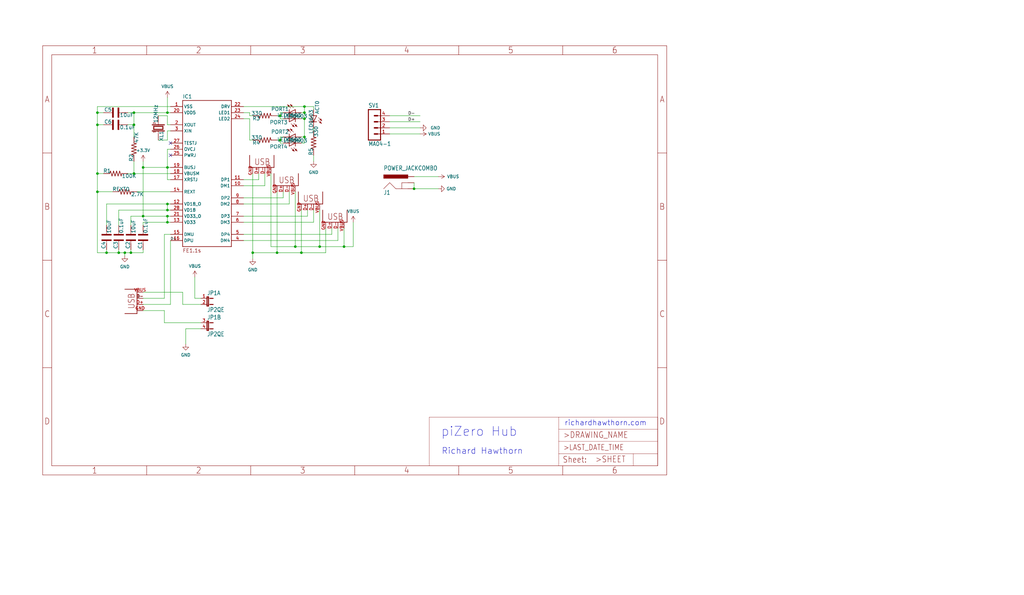
<source format=kicad_sch>
(kicad_sch (version 20211123) (generator eeschema)
  (paper "User" 427.152 248.158)
  (lib_symbols
    (symbol "RH025.1-eagle-import:A4L-LOC"
      (symbol "A4L-LOC_1_0"
        (polyline (pts (xy 0 44.7675) (xy 3.81 44.7675)))
        (polyline (pts (xy 0 89.535) (xy 3.81 89.535)))
        (polyline (pts (xy 0 134.3025) (xy 3.81 134.3025)))
        (polyline (pts (xy 3.81 3.81) (xy 3.81 175.26)))
        (polyline (pts (xy 43.3917 0) (xy 43.3917 3.81)))
        (polyline (pts (xy 43.3917 175.26) (xy 43.3917 179.07)))
        (polyline (pts (xy 86.7833 0) (xy 86.7833 3.81)))
        (polyline (pts (xy 86.7833 175.26) (xy 86.7833 179.07)))
        (polyline (pts (xy 130.175 0) (xy 130.175 3.81)))
        (polyline (pts (xy 130.175 175.26) (xy 130.175 179.07)))
        (polyline (pts (xy 161.29 3.81) (xy 161.29 24.13)) (stroke (width 0.1016)))
        (polyline (pts (xy 161.29 24.13) (xy 215.265 24.13)) (stroke (width 0.1016)))
        (polyline (pts (xy 173.5667 0) (xy 173.5667 3.81)))
        (polyline (pts (xy 173.5667 175.26) (xy 173.5667 179.07)))
        (polyline (pts (xy 215.265 8.89) (xy 215.265 3.81)) (stroke (width 0.1016)))
        (polyline (pts (xy 215.265 8.89) (xy 215.265 13.97)) (stroke (width 0.1016)))
        (polyline (pts (xy 215.265 13.97) (xy 215.265 19.05)) (stroke (width 0.1016)))
        (polyline (pts (xy 215.265 13.97) (xy 256.54 13.97)) (stroke (width 0.1016)))
        (polyline (pts (xy 215.265 19.05) (xy 215.265 24.13)) (stroke (width 0.1016)))
        (polyline (pts (xy 215.265 19.05) (xy 256.54 19.05)) (stroke (width 0.1016)))
        (polyline (pts (xy 215.265 24.13) (xy 256.54 24.13)) (stroke (width 0.1016)))
        (polyline (pts (xy 216.9583 0) (xy 216.9583 3.81)))
        (polyline (pts (xy 216.9583 175.26) (xy 216.9583 179.07)))
        (polyline (pts (xy 246.38 3.81) (xy 246.38 8.89)) (stroke (width 0.1016)))
        (polyline (pts (xy 246.38 8.89) (xy 215.265 8.89)) (stroke (width 0.1016)))
        (polyline (pts (xy 246.38 8.89) (xy 256.54 8.89)) (stroke (width 0.1016)))
        (polyline (pts (xy 256.54 3.81) (xy 3.81 3.81)))
        (polyline (pts (xy 256.54 3.81) (xy 256.54 8.89)) (stroke (width 0.1016)))
        (polyline (pts (xy 256.54 3.81) (xy 256.54 175.26)))
        (polyline (pts (xy 256.54 8.89) (xy 256.54 13.97)) (stroke (width 0.1016)))
        (polyline (pts (xy 256.54 13.97) (xy 256.54 19.05)) (stroke (width 0.1016)))
        (polyline (pts (xy 256.54 19.05) (xy 256.54 24.13)) (stroke (width 0.1016)))
        (polyline (pts (xy 256.54 44.7675) (xy 260.35 44.7675)))
        (polyline (pts (xy 256.54 89.535) (xy 260.35 89.535)))
        (polyline (pts (xy 256.54 134.3025) (xy 260.35 134.3025)))
        (polyline (pts (xy 256.54 175.26) (xy 3.81 175.26)))
        (polyline (pts (xy 0 0) (xy 260.35 0) (xy 260.35 179.07) (xy 0 179.07) (xy 0 0)))
        (text "1" (at 21.6958 1.905 0) (effects (font (size 2.54 2.286))))
        (text "1" (at 21.6958 177.165 0) (effects (font (size 2.54 2.286))))
        (text "2" (at 65.0875 1.905 0) (effects (font (size 2.54 2.286))))
        (text "2" (at 65.0875 177.165 0) (effects (font (size 2.54 2.286))))
        (text "3" (at 108.4792 1.905 0) (effects (font (size 2.54 2.286))))
        (text "3" (at 108.4792 177.165 0) (effects (font (size 2.54 2.286))))
        (text "4" (at 151.8708 1.905 0) (effects (font (size 2.54 2.286))))
        (text "4" (at 151.8708 177.165 0) (effects (font (size 2.54 2.286))))
        (text "5" (at 195.2625 1.905 0) (effects (font (size 2.54 2.286))))
        (text "5" (at 195.2625 177.165 0) (effects (font (size 2.54 2.286))))
        (text "6" (at 238.6542 1.905 0) (effects (font (size 2.54 2.286))))
        (text "6" (at 238.6542 177.165 0) (effects (font (size 2.54 2.286))))
        (text ">DRAWING_NAME" (at 217.17 15.24 0) (effects (font (size 2.54 2.159)) (justify left bottom)))
        (text ">LAST_DATE_TIME" (at 217.17 10.16 0) (effects (font (size 2.286 1.9431)) (justify left bottom)))
        (text ">SHEET" (at 230.505 5.08 0) (effects (font (size 2.54 2.159)) (justify left bottom)))
        (text "A" (at 1.905 156.6863 0) (effects (font (size 2.54 2.286))))
        (text "A" (at 258.445 156.6863 0) (effects (font (size 2.54 2.286))))
        (text "B" (at 1.905 111.9188 0) (effects (font (size 2.54 2.286))))
        (text "B" (at 258.445 111.9188 0) (effects (font (size 2.54 2.286))))
        (text "C" (at 1.905 67.1513 0) (effects (font (size 2.54 2.286))))
        (text "C" (at 258.445 67.1513 0) (effects (font (size 2.54 2.286))))
        (text "D" (at 1.905 22.3838 0) (effects (font (size 2.54 2.286))))
        (text "D" (at 258.445 22.3838 0) (effects (font (size 2.54 2.286))))
        (text "Sheet:" (at 216.916 4.953 0) (effects (font (size 2.54 2.159)) (justify left bottom)))
      )
    )
    (symbol "RH025.1-eagle-import:CAP0603"
      (property "Reference" "C" (at -0.381 -4.826 90))
      (property "Value" "CAP0603" (at 1.905 1.651 90))
      (symbol "CAP0603_1_0"
        (rectangle (start -2.032 -1.397) (end 2.032 -0.889) (fill (type outline)))
        (rectangle (start -2.032 0.889) (end 2.032 1.397) (fill (type outline)))
        (polyline (pts (xy 0 -2.54) (xy 0 -1.397)) (stroke (width 0.1524)))
        (polyline (pts (xy 0 2.54) (xy 0 1.397)) (stroke (width 0.1524)))
        (pin passive line (at 0 5.08 270) (length 2.54) (name "1") (number "1"))
        (pin passive line (at 0 -5.08 90) (length 2.54) (name "2") (number "2"))
      )
    )
    (symbol "RH025.1-eagle-import:CRYSTALHC49UP"
      (property "Reference" "XL" (at -5.588 0.381 0))
      (property "Value" "CRYSTALHC49UP" (at 2.032 -1.905 0))
      (symbol "CRYSTALHC49UP_1_0"
        (polyline (pts (xy -2.54 0) (xy -1.27 0)) (stroke (width 0.1524)))
        (polyline (pts (xy -1.27 0) (xy -1.27 -2.54)) (stroke (width 0.4064)))
        (polyline (pts (xy -1.27 2.54) (xy -1.27 0)) (stroke (width 0.4064)))
        (polyline (pts (xy -0.635 -1.905) (xy 0.635 -1.905)) (stroke (width 0.4064)))
        (polyline (pts (xy -0.635 1.905) (xy -0.635 -1.905)) (stroke (width 0.4064)))
        (polyline (pts (xy 0.635 -1.905) (xy 0.635 1.905)) (stroke (width 0.4064)))
        (polyline (pts (xy 0.635 1.905) (xy -0.635 1.905)) (stroke (width 0.4064)))
        (polyline (pts (xy 1.27 0) (xy 1.27 -2.54)) (stroke (width 0.4064)))
        (polyline (pts (xy 1.27 0) (xy 2.54 0)) (stroke (width 0.1524)))
        (polyline (pts (xy 1.27 2.54) (xy 1.27 0)) (stroke (width 0.4064)))
        (text "1" (at -2.159 -1.143 0) (effects (font (size 0.8636 0.734)) (justify left bottom)))
        (text "2" (at 1.524 -1.143 0) (effects (font (size 0.8636 0.734)) (justify left bottom)))
        (pin passive line (at -5.08 0 0) (length 2.54) (name "1") (number "1"))
        (pin passive line (at 5.08 0 180) (length 2.54) (name "2") (number "2"))
      )
    )
    (symbol "RH025.1-eagle-import:FE1.1S"
      (symbol "FE1.1S_1_0"
        (polyline (pts (xy -10.16 -30.48) (xy -10.16 30.48)) (stroke (width 0.254)))
        (polyline (pts (xy -10.16 30.48) (xy 10.16 30.48)) (stroke (width 0.254)))
        (polyline (pts (xy 10.16 -30.48) (xy -10.16 -30.48)) (stroke (width 0.254)))
        (polyline (pts (xy 10.16 30.48) (xy 10.16 -30.48)) (stroke (width 0.254)))
        (text "FE1.1s" (at -10.16 -33.02 0) (effects (font (size 1.524 1.524)) (justify left bottom)))
        (pin bidirectional line (at -15.24 27.94 0) (length 5.08) (name "VSS") (number "1"))
        (pin bidirectional line (at 15.24 -5.08 180) (length 5.08) (name "DM1") (number "10"))
        (pin bidirectional line (at 15.24 -2.54 180) (length 5.08) (name "DP1") (number "11"))
        (pin bidirectional line (at -15.24 -12.7 0) (length 5.08) (name "VD18_O") (number "12"))
        (pin bidirectional line (at -15.24 -20.32 0) (length 5.08) (name "VD33") (number "13"))
        (pin bidirectional line (at -15.24 -7.62 0) (length 5.08) (name "REXT") (number "14"))
        (pin bidirectional line (at -15.24 -25.4 0) (length 5.08) (name "DMU") (number "15"))
        (pin bidirectional line (at -15.24 -27.94 0) (length 5.08) (name "DPU") (number "16"))
        (pin bidirectional line (at -15.24 -2.54 0) (length 5.08) (name "XRSTJ") (number "17"))
        (pin bidirectional line (at -15.24 0 0) (length 5.08) (name "VBUSM") (number "18"))
        (pin bidirectional line (at -15.24 2.54 0) (length 5.08) (name "BUSJ") (number "19"))
        (pin bidirectional line (at -15.24 20.32 0) (length 5.08) (name "XOUT") (number "2"))
        (pin bidirectional line (at -15.24 25.4 0) (length 5.08) (name "VDD5") (number "20"))
        (pin bidirectional line (at -15.24 -17.78 0) (length 5.08) (name "VD33_O") (number "21"))
        (pin bidirectional line (at 15.24 27.94 180) (length 5.08) (name "DRV") (number "22"))
        (pin bidirectional line (at 15.24 25.4 180) (length 5.08) (name "LED1") (number "23"))
        (pin bidirectional line (at 15.24 22.86 180) (length 5.08) (name "LED2") (number "24"))
        (pin bidirectional line (at -15.24 7.62 0) (length 5.08) (name "PWRJ") (number "25"))
        (pin bidirectional line (at -15.24 10.16 0) (length 5.08) (name "OVCJ") (number "26"))
        (pin bidirectional line (at -15.24 12.7 0) (length 5.08) (name "TESTJ") (number "27"))
        (pin bidirectional line (at -15.24 -15.24 0) (length 5.08) (name "VD18") (number "28"))
        (pin bidirectional line (at -15.24 17.78 0) (length 5.08) (name "XIN") (number "3"))
        (pin bidirectional line (at 15.24 -27.94 180) (length 5.08) (name "DM4") (number "4"))
        (pin bidirectional line (at 15.24 -25.4 180) (length 5.08) (name "DP4") (number "5"))
        (pin bidirectional line (at 15.24 -20.32 180) (length 5.08) (name "DM3") (number "6"))
        (pin bidirectional line (at 15.24 -17.78 180) (length 5.08) (name "DP3") (number "7"))
        (pin bidirectional line (at 15.24 -12.7 180) (length 5.08) (name "DM2") (number "8"))
        (pin bidirectional line (at 15.24 -10.16 180) (length 5.08) (name "DP2") (number "9"))
      )
    )
    (symbol "RH025.1-eagle-import:JP2QE"
      (property "Reference" "JP" (at -1.27 0 90))
      (property "Value" "JP2QE" (at 5.715 0 90))
      (symbol "JP2QE_1_0"
        (polyline (pts (xy -0.635 0) (xy 3.175 0)) (stroke (width 0.4064)))
        (polyline (pts (xy -0.635 0.635) (xy -0.635 0)) (stroke (width 0.4064)))
        (polyline (pts (xy 0 0) (xy 0 1.27)) (stroke (width 0.1524)))
        (polyline (pts (xy 0 2.54) (xy 0 1.27)) (stroke (width 0.4064)))
        (polyline (pts (xy 2.54 0) (xy 2.54 1.27)) (stroke (width 0.1524)))
        (polyline (pts (xy 2.54 2.54) (xy 2.54 1.27)) (stroke (width 0.4064)))
        (polyline (pts (xy 3.175 0) (xy 3.175 0.635)) (stroke (width 0.4064)))
        (polyline (pts (xy 3.175 0.635) (xy -0.635 0.635)) (stroke (width 0.4064)))
        (pin passive line (at 0 -2.54 90) (length 2.54) (name "1") (number "1"))
        (pin passive line (at 2.54 -2.54 90) (length 2.54) (name "2") (number "2"))
      )
      (symbol "JP2QE_2_0"
        (polyline (pts (xy -0.635 0) (xy 3.175 0)) (stroke (width 0.4064)))
        (polyline (pts (xy -0.635 0.635) (xy -0.635 0)) (stroke (width 0.4064)))
        (polyline (pts (xy 0 0) (xy 0 1.27)) (stroke (width 0.1524)))
        (polyline (pts (xy 0 2.54) (xy 0 1.27)) (stroke (width 0.4064)))
        (polyline (pts (xy 2.54 0) (xy 2.54 1.27)) (stroke (width 0.1524)))
        (polyline (pts (xy 2.54 2.54) (xy 2.54 1.27)) (stroke (width 0.4064)))
        (polyline (pts (xy 3.175 0) (xy 3.175 0.635)) (stroke (width 0.4064)))
        (polyline (pts (xy 3.175 0.635) (xy -0.635 0.635)) (stroke (width 0.4064)))
        (pin passive line (at 0 -2.54 90) (length 2.54) (name "1") (number "3"))
        (pin passive line (at 2.54 -2.54 90) (length 2.54) (name "2") (number "4"))
      )
    )
    (symbol "RH025.1-eagle-import:LED0603"
      (property "Reference" "LED" (at -0.635 0.635 90))
      (property "Value" "LED0603" (at 1.905 -7.62 90))
      (symbol "LED0603_1_0"
        (polyline (pts (xy -2.032 -0.762) (xy -3.429 -2.159)) (stroke (width 0.1524)))
        (polyline (pts (xy -1.905 -1.905) (xy -3.302 -3.302)) (stroke (width 0.1524)))
        (polyline (pts (xy 0 -2.54) (xy -1.27 -2.54)) (stroke (width 0.254)))
        (polyline (pts (xy 0 -2.54) (xy -1.27 0)) (stroke (width 0.254)))
        (polyline (pts (xy 0 0) (xy -1.27 0)) (stroke (width 0.254)))
        (polyline (pts (xy 0 0) (xy 0 -2.54)) (stroke (width 0.1524)))
        (polyline (pts (xy 1.27 -2.54) (xy 0 -2.54)) (stroke (width 0.254)))
        (polyline (pts (xy 1.27 0) (xy 0 -2.54)) (stroke (width 0.254)))
        (polyline (pts (xy 1.27 0) (xy 0 0)) (stroke (width 0.254)))
        (polyline (pts (xy -3.429 -2.159) (xy -3.048 -1.27) (xy -2.54 -1.778)) (fill (type outline)))
        (polyline (pts (xy -3.302 -3.302) (xy -2.921 -2.413) (xy -2.413 -2.921)) (fill (type outline)))
        (pin passive line (at 0 2.54 270) (length 2.54) (name "A") (number "A"))
        (pin passive line (at 0 -5.08 90) (length 2.54) (name "C") (number "C"))
      )
    )
    (symbol "RH025.1-eagle-import:MA04-1"
      (property "Reference" "SV" (at -1.27 5.842 0))
      (property "Value" "MA04-1" (at -1.27 -10.16 0))
      (symbol "MA04-1_1_0"
        (polyline (pts (xy -1.27 5.08) (xy -1.27 -7.62)) (stroke (width 0.4064)))
        (polyline (pts (xy -1.27 5.08) (xy 3.81 5.08)) (stroke (width 0.4064)))
        (polyline (pts (xy 1.27 -5.08) (xy 2.54 -5.08)) (stroke (width 0.6096)))
        (polyline (pts (xy 1.27 -2.54) (xy 2.54 -2.54)) (stroke (width 0.6096)))
        (polyline (pts (xy 1.27 0) (xy 2.54 0)) (stroke (width 0.6096)))
        (polyline (pts (xy 1.27 2.54) (xy 2.54 2.54)) (stroke (width 0.6096)))
        (polyline (pts (xy 3.81 -7.62) (xy -1.27 -7.62)) (stroke (width 0.4064)))
        (polyline (pts (xy 3.81 -7.62) (xy 3.81 5.08)) (stroke (width 0.4064)))
        (pin passive line (at 7.62 -5.08 180) (length 5.08) (name "1") (number "1"))
        (pin passive line (at 7.62 -2.54 180) (length 5.08) (name "2") (number "2"))
        (pin passive line (at 7.62 0 180) (length 5.08) (name "3") (number "3"))
        (pin passive line (at 7.62 2.54 180) (length 5.08) (name "4") (number "4"))
      )
    )
    (symbol "RH025.1-eagle-import:POWER_JACKCOMBO"
      (property "Reference" "J" (at -10.16 0 0))
      (property "Value" "POWER_JACKCOMBO" (at -10.16 10.16 0))
      (symbol "POWER_JACKCOMBO_1_0"
        (rectangle (start -10.16 6.858) (end 0 8.382) (fill (type outline)))
        (polyline (pts (xy -10.16 2.54) (xy -7.62 5.08)) (stroke (width 0.1524)))
        (polyline (pts (xy -7.62 5.08) (xy -5.08 2.54)) (stroke (width 0.1524)))
        (polyline (pts (xy -5.08 2.54) (xy -2.54 2.54)) (stroke (width 0.1524)))
        (polyline (pts (xy -2.54 2.54) (xy -2.54 5.08)) (stroke (width 0.1524)))
        (polyline (pts (xy -2.54 2.54) (xy 0 2.54)) (stroke (width 0.1524)))
        (polyline (pts (xy -2.54 5.08) (xy 0 5.08)) (stroke (width 0.1524)))
        (pin bidirectional line (at 2.54 5.08 180) (length 2.54) (name "GNDBREAK") (number "GND"))
        (pin bidirectional line (at 2.54 2.54 180) (length 2.54) (name "GND") (number "GND@1"))
        (pin bidirectional line (at 2.54 7.62 180) (length 2.54) (name "PWR") (number "POWER"))
      )
    )
    (symbol "RH025.1-eagle-import:RES0603"
      (property "Reference" "R" (at -5.207 0.254 0))
      (property "Value" "RES0603" (at 2.54 -1.905 0))
      (symbol "RES0603_1_0"
        (polyline (pts (xy -2.54 0) (xy -2.159 1.016)) (stroke (width 0.254)))
        (polyline (pts (xy -2.159 1.016) (xy -1.524 -1.016)) (stroke (width 0.254)))
        (polyline (pts (xy -1.524 -1.016) (xy -0.889 1.016)) (stroke (width 0.254)))
        (polyline (pts (xy -0.889 1.016) (xy -0.254 -1.016)) (stroke (width 0.254)))
        (polyline (pts (xy -0.254 -1.016) (xy 0.381 1.016)) (stroke (width 0.254)))
        (polyline (pts (xy 0.381 1.016) (xy 1.016 -1.016)) (stroke (width 0.254)))
        (polyline (pts (xy 1.016 -1.016) (xy 1.651 1.016)) (stroke (width 0.254)))
        (polyline (pts (xy 1.651 1.016) (xy 2.286 -1.016)) (stroke (width 0.254)))
        (polyline (pts (xy 2.286 -1.016) (xy 2.54 0)) (stroke (width 0.254)))
        (pin passive line (at -5.08 0 0) (length 2.54) (name "1") (number "1"))
        (pin passive line (at 5.08 0 180) (length 2.54) (name "2") (number "2"))
      )
    )
    (symbol "RH025.1-eagle-import:USBA-PTH"
      (symbol "USBA-PTH_1_0"
        (polyline (pts (xy -3.81 -5.08) (xy 1.27 -5.08)) (stroke (width 0.254)))
        (polyline (pts (xy -3.81 5.08) (xy -3.81 -5.08)) (stroke (width 0.254)))
        (polyline (pts (xy 1.27 5.08) (xy -3.81 5.08)) (stroke (width 0.254)))
        (text "USB" (at 0 -3.175 900) (effects (font (size 2.54 2.159)) (justify left bottom)))
        (pin bidirectional line (at -6.35 -1.27 0) (length 2.54) (name "D+") (number "D+"))
        (pin bidirectional line (at -6.35 1.27 0) (length 2.54) (name "D-") (number "D-"))
        (pin bidirectional line (at -6.35 -3.81 0) (length 2.54) (name "GND") (number "GND"))
        (pin bidirectional line (at -6.35 3.81 0) (length 2.54) (name "VBUS") (number "VBUS"))
      )
    )
    (symbol "RH025.1-eagle-import:USBMICROB-PTH"
      (symbol "USBMICROB-PTH_1_0"
        (polyline (pts (xy -3.81 -5.08) (xy 1.27 -5.08)) (stroke (width 0.254)))
        (polyline (pts (xy -3.81 5.08) (xy -3.81 -5.08)) (stroke (width 0.254)))
        (polyline (pts (xy 1.27 5.08) (xy -3.81 5.08)) (stroke (width 0.254)))
        (text "USB" (at 0 -3.175 900) (effects (font (size 2.54 2.159)) (justify left bottom)))
        (pin bidirectional line (at -6.35 -1.27 0) (length 2.54) (name "D+") (number "D+"))
        (pin bidirectional line (at -6.35 1.27 0) (length 2.54) (name "D-") (number "D-"))
        (pin bidirectional line (at -6.35 -3.81 0) (length 2.54) (name "GND") (number "GND"))
        (pin bidirectional line (at -6.35 3.81 0) (length 2.54) (name "VBUS") (number "VBUS"))
      )
    )
    (symbol "power:+3.3V" (power) (pin_names (offset 0))
      (property "Value" "+3.3V" (at 0 3.556 0))
      (symbol "+3.3V_0_1"
        (polyline (pts (xy -0.762 1.27) (xy 0 2.54)))
        (polyline (pts (xy 0 0) (xy 0 2.54)))
        (polyline (pts (xy 0 2.54) (xy 0.762 1.27)))
      )
      (symbol "+3.3V_1_1"
        (pin power_in line (at 0 0 90) (length 0) hide (name "+3.3V") (number "1"))
      )
    )
    (symbol "power:GND" (power) (pin_names (offset 0))
      (property "Value" "GND" (at 0 -3.81 0))
      (symbol "GND_0_1"
        (polyline (pts (xy 0 0) (xy 0 -1.27) (xy 1.27 -1.27) (xy 0 -2.54) (xy -1.27 -1.27) (xy 0 -1.27)))
      )
      (symbol "GND_1_1"
        (pin power_in line (at 0 0 270) (length 0) hide (name "GND") (number "1"))
      )
    )
    (symbol "power:VBUS" (power) (pin_names (offset 0))
      (property "Value" "VBUS" (at 0 3.81 0))
      (symbol "VBUS_0_1"
        (polyline (pts (xy -0.762 1.27) (xy 0 2.54)))
        (polyline (pts (xy 0 0) (xy 0 2.54)))
        (polyline (pts (xy 0 2.54) (xy 0.762 1.27)))
      )
      (symbol "VBUS_1_1"
        (pin power_in line (at 0 0 90) (length 0) hide (name "VBUS") (number "1"))
      )
    )
  )
  (junction (at 69.85 85.09))
  (junction (at 69.85 46.99))
  (junction (at 69.85 90.17))
  (junction (at 59.69 90.17))
  (junction (at 115.57 105.41))
  (junction (at 52.07 105.41))
  (junction (at 105.41 105.41))
  (junction (at 123.19 102.87))
  (junction (at 40.64 80.01))
  (junction (at 69.85 87.63))
  (junction (at 59.69 69.85))
  (junction (at 116.84 48.26))
  (junction (at 69.85 92.71))
  (junction (at 55.88 52.07))
  (junction (at 143.51 102.87))
  (junction (at 49.53 105.41))
  (junction (at 127 57.15))
  (junction (at 54.61 105.41))
  (junction (at 40.64 52.07))
  (junction (at 69.85 69.85))
  (junction (at 40.64 72.39))
  (junction (at 44.45 105.41))
  (junction (at 172.72 78.74))
  (junction (at 133.35 102.87))
  (junction (at 40.64 46.99))
  (junction (at 127 44.45))
  (junction (at 116.84 58.42))
  (junction (at 127 46.99))
  (junction (at 125.73 105.41))
  (junction (at 55.88 46.99))
  (junction (at 55.88 72.39))
  (junction (at 127 49.53))
  (no_connect (at 71.12 64.77))
  (no_connect (at 71.12 59.69))
  (wire (pts (xy 44.45 105.41) (xy 49.53 105.41)))
  (wire (pts (xy 162.56 48.26) (xy 175.26 48.26)))
  (wire (pts (xy 40.64 44.45) (xy 40.64 46.99)))
  (wire (pts (xy 66.04 48.26) (xy 69.85 48.26)))
  (wire (pts (xy 55.88 72.39) (xy 55.88 67.31)))
  (wire (pts (xy 44.45 104.14) (xy 44.45 105.41)))
  (wire (pts (xy 105.41 72.39) (xy 105.41 105.41)))
  (wire (pts (xy 49.53 93.98) (xy 49.53 87.63)))
  (wire (pts (xy 69.85 54.61) (xy 69.85 58.42)))
  (wire (pts (xy 52.07 105.41) (xy 54.61 105.41)))
  (wire (pts (xy 104.14 46.99) (xy 104.14 48.26)))
  (wire (pts (xy 115.57 48.26) (xy 116.84 48.26)))
  (wire (pts (xy 115.57 58.42) (xy 116.84 58.42)))
  (wire (pts (xy 76.2 127) (xy 76.2 121.92)))
  (wire (pts (xy 120.65 85.09) (xy 120.65 80.01)))
  (wire (pts (xy 116.84 59.69) (xy 116.84 58.42)))
  (wire (pts (xy 69.85 69.85) (xy 71.12 69.85)))
  (wire (pts (xy 128.27 90.17) (xy 128.27 87.63)))
  (wire (pts (xy 162.56 55.88) (xy 175.26 55.88)))
  (wire (pts (xy 138.43 97.79) (xy 138.43 95.25)))
  (wire (pts (xy 53.34 46.99) (xy 55.88 46.99)))
  (wire (pts (xy 113.03 72.39) (xy 113.03 102.87)))
  (wire (pts (xy 59.69 90.17) (xy 54.61 90.17)))
  (wire (pts (xy 43.18 46.99) (xy 40.64 46.99)))
  (wire (pts (xy 59.69 104.14) (xy 59.69 105.41)))
  (wire (pts (xy 71.12 87.63) (xy 69.85 87.63)))
  (wire (pts (xy 125.73 105.41) (xy 135.89 105.41)))
  (wire (pts (xy 172.72 76.2) (xy 172.72 78.74)))
  (wire (pts (xy 101.6 74.93) (xy 107.95 74.93)))
  (wire (pts (xy 125.73 105.41) (xy 125.73 87.63)))
  (wire (pts (xy 116.84 46.99) (xy 118.11 46.99)))
  (wire (pts (xy 135.89 105.41) (xy 135.89 95.25)))
  (wire (pts (xy 69.85 52.07) (xy 71.12 52.07)))
  (wire (pts (xy 40.64 46.99) (xy 40.64 52.07)))
  (wire (pts (xy 162.56 53.34) (xy 175.26 53.34)))
  (wire (pts (xy 115.57 105.41) (xy 105.41 105.41)))
  (wire (pts (xy 118.11 49.53) (xy 116.84 49.53)))
  (wire (pts (xy 162.56 50.8) (xy 175.26 50.8)))
  (wire (pts (xy 49.53 105.41) (xy 52.07 105.41)))
  (wire (pts (xy 101.6 49.53) (xy 104.14 49.53)))
  (wire (pts (xy 101.6 46.99) (xy 104.14 46.99)))
  (wire (pts (xy 52.07 105.41) (xy 52.07 106.68)))
  (wire (pts (xy 123.19 80.01) (xy 123.19 102.87)))
  (wire (pts (xy 71.12 90.17) (xy 69.85 90.17)))
  (wire (pts (xy 59.69 90.17) (xy 59.69 69.85)))
  (wire (pts (xy 40.64 80.01) (xy 40.64 105.41)))
  (wire (pts (xy 125.73 59.69) (xy 127 59.69)))
  (wire (pts (xy 49.53 104.14) (xy 49.53 105.41)))
  (wire (pts (xy 76.2 121.92) (xy 59.69 121.92)))
  (wire (pts (xy 125.73 46.99) (xy 127 46.99)))
  (wire (pts (xy 105.41 105.41) (xy 105.41 107.95)))
  (wire (pts (xy 83.82 124.46) (xy 81.28 124.46)))
  (wire (pts (xy 127 46.99) (xy 127 49.53)))
  (wire (pts (xy 101.6 85.09) (xy 120.65 85.09)))
  (wire (pts (xy 71.12 54.61) (xy 69.85 54.61)))
  (wire (pts (xy 130.81 92.71) (xy 130.81 87.63)))
  (wire (pts (xy 40.64 52.07) (xy 40.64 72.39)))
  (wire (pts (xy 127 57.15) (xy 125.73 57.15)))
  (wire (pts (xy 59.69 124.46) (xy 68.58 124.46)))
  (wire (pts (xy 77.47 143.51) (xy 77.47 137.16)))
  (wire (pts (xy 71.12 44.45) (xy 40.64 44.45)))
  (wire (pts (xy 125.73 49.53) (xy 127 49.53)))
  (wire (pts (xy 118.11 59.69) (xy 116.84 59.69)))
  (wire (pts (xy 71.12 92.71) (xy 69.85 92.71)))
  (wire (pts (xy 49.53 87.63) (xy 69.85 87.63)))
  (wire (pts (xy 130.81 54.61) (xy 130.81 53.34)))
  (wire (pts (xy 77.47 137.16) (xy 83.82 137.16)))
  (wire (pts (xy 59.69 93.98) (xy 59.69 92.71)))
  (wire (pts (xy 53.34 52.07) (xy 55.88 52.07)))
  (wire (pts (xy 55.88 57.15) (xy 55.88 52.07)))
  (wire (pts (xy 69.85 62.23) (xy 69.85 69.85)))
  (wire (pts (xy 44.45 85.09) (xy 69.85 85.09)))
  (wire (pts (xy 101.6 97.79) (xy 138.43 97.79)))
  (wire (pts (xy 127 46.99) (xy 127 44.45)))
  (wire (pts (xy 69.85 74.93) (xy 71.12 74.93)))
  (wire (pts (xy 116.84 48.26) (xy 116.84 46.99)))
  (wire (pts (xy 172.72 78.74) (xy 182.88 78.74)))
  (wire (pts (xy 43.18 52.07) (xy 40.64 52.07)))
  (wire (pts (xy 143.51 95.25) (xy 143.51 102.87)))
  (wire (pts (xy 101.6 90.17) (xy 128.27 90.17)))
  (wire (pts (xy 68.58 129.54) (xy 59.69 129.54)))
  (wire (pts (xy 101.6 44.45) (xy 127 44.45)))
  (wire (pts (xy 104.14 49.53) (xy 104.14 58.42)))
  (wire (pts (xy 54.61 104.14) (xy 54.61 105.41)))
  (wire (pts (xy 71.12 72.39) (xy 55.88 72.39)))
  (wire (pts (xy 133.35 102.87) (xy 143.51 102.87)))
  (wire (pts (xy 71.12 85.09) (xy 69.85 85.09)))
  (wire (pts (xy 81.28 124.46) (xy 81.28 115.57)))
  (wire (pts (xy 71.12 100.33) (xy 71.12 127)))
  (wire (pts (xy 127 59.69) (xy 127 57.15)))
  (wire (pts (xy 147.32 102.87) (xy 147.32 92.71)))
  (wire (pts (xy 69.85 48.26) (xy 69.85 52.07)))
  (wire (pts (xy 59.69 92.71) (xy 69.85 92.71)))
  (wire (pts (xy 69.85 58.42) (xy 66.04 58.42)))
  (wire (pts (xy 59.69 69.85) (xy 69.85 69.85)))
  (wire (pts (xy 68.58 124.46) (xy 68.58 97.79)))
  (wire (pts (xy 116.84 58.42) (xy 116.84 57.15)))
  (wire (pts (xy 54.61 105.41) (xy 59.69 105.41)))
  (wire (pts (xy 140.97 100.33) (xy 140.97 95.25)))
  (wire (pts (xy 40.64 72.39) (xy 40.64 80.01)))
  (wire (pts (xy 59.69 67.31) (xy 59.69 69.85)))
  (wire (pts (xy 130.81 44.45) (xy 130.81 45.72)))
  (wire (pts (xy 69.85 46.99) (xy 69.85 40.64)))
  (wire (pts (xy 104.14 58.42) (xy 105.41 58.42)))
  (wire (pts (xy 69.85 85.09) (xy 69.85 87.63)))
  (wire (pts (xy 54.61 90.17) (xy 54.61 93.98)))
  (wire (pts (xy 118.11 82.55) (xy 118.11 80.01)))
  (wire (pts (xy 110.49 77.47) (xy 110.49 72.39)))
  (wire (pts (xy 116.84 57.15) (xy 118.11 57.15)))
  (wire (pts (xy 69.85 69.85) (xy 69.85 74.93)))
  (wire (pts (xy 127 44.45) (xy 130.81 44.45)))
  (wire (pts (xy 116.84 49.53) (xy 116.84 48.26)))
  (wire (pts (xy 40.64 105.41) (xy 44.45 105.41)))
  (wire (pts (xy 123.19 102.87) (xy 133.35 102.87)))
  (wire (pts (xy 46.99 80.01) (xy 40.64 80.01)))
  (wire (pts (xy 71.12 127) (xy 59.69 127)))
  (wire (pts (xy 113.03 102.87) (xy 123.19 102.87)))
  (wire (pts (xy 172.72 73.66) (xy 182.88 73.66)))
  (wire (pts (xy 55.88 52.07) (xy 55.88 46.99)))
  (wire (pts (xy 115.57 80.01) (xy 115.57 105.41)))
  (wire (pts (xy 69.85 90.17) (xy 59.69 90.17)))
  (wire (pts (xy 83.82 134.62) (xy 68.58 134.62)))
  (wire (pts (xy 83.82 127) (xy 76.2 127)))
  (wire (pts (xy 57.15 80.01) (xy 71.12 80.01)))
  (wire (pts (xy 104.14 48.26) (xy 105.41 48.26)))
  (wire (pts (xy 143.51 102.87) (xy 147.32 102.87)))
  (wire (pts (xy 133.35 87.63) (xy 133.35 102.87)))
  (wire (pts (xy 101.6 100.33) (xy 140.97 100.33)))
  (wire (pts (xy 107.95 74.93) (xy 107.95 72.39)))
  (wire (pts (xy 130.81 67.31) (xy 130.81 64.77)))
  (wire (pts (xy 55.88 46.99) (xy 69.85 46.99)))
  (wire (pts (xy 43.18 72.39) (xy 40.64 72.39)))
  (wire (pts (xy 71.12 62.23) (xy 69.85 62.23)))
  (wire (pts (xy 127 49.53) (xy 127 57.15)))
  (wire (pts (xy 101.6 92.71) (xy 130.81 92.71)))
  (wire (pts (xy 115.57 105.41) (xy 125.73 105.41)))
  (wire (pts (xy 68.58 134.62) (xy 68.58 129.54)))
  (wire (pts (xy 71.12 46.99) (xy 69.85 46.99)))
  (wire (pts (xy 44.45 85.09) (xy 44.45 93.98)))
  (wire (pts (xy 101.6 77.47) (xy 110.49 77.47)))
  (wire (pts (xy 101.6 82.55) (xy 118.11 82.55)))
  (wire (pts (xy 69.85 90.17) (xy 69.85 92.71)))
  (wire (pts (xy 53.34 72.39) (xy 55.88 72.39)))
  (wire (pts (xy 68.58 97.79) (xy 71.12 97.79)))
  (text "piZero Hub" (at 183.896 182.372 180) (effects (font (size 3.81 3.81)) (justify left bottom)))
  (text "richardhawthorn.com" (at 235.458 177.8 180) (effects (font (size 2.1844 2.1844)) (justify left bottom)))
  (text "Richard Hawthorn" (at 184.15 189.738 180) (effects (font (size 2.54 2.54)) (justify left bottom)))
  (label "D-" (at 170.18 48.26 0) (effects (font (size 1.2446 1.2446))))
  (label "D+" (at 170.18 50.8 0) (effects (font (size 1.2446 1.2446))))
  (label "D-" (at 59.69 124.46 180) (effects (font (size 1.016 1.016))))
  (label "D+" (at 71.12 100.33 0) (effects (font (size 1.016 1.016))))
  (symbol (lib_id "RH025.1-eagle-import:USBA-PTH") (at 119.38 73.66 270) (mirror x) (unit 1)
    (property "Reference" "USB4" (effects hide))
    (property "Value" "USBA-PTH" (effects hide))
    (property "Footprint" "RH025.1:USB-A-F-PTH" (effects hide))
  )
  (symbol (lib_id "power:GND") (at 52.07 106.68 0) (unit 1)
    (property "Reference" "#PWR01" (effects hide))
    (property "Value" "GND" (at 52.07 111.252 0))
  )
  (symbol (lib_id "RH025.1-eagle-import:CAP0603") (at 49.53 99.06 0) (unit 1)
    (property "Reference" "C3" (at 49.149 103.886 90) (effects (font (size 1.524 1.524)) (justify left bottom)))
    (property "Value" "0.1uF" (at 51.435 97.409 90) (effects (font (size 1.524 1.524)) (justify left bottom)))
    (property "Footprint" "RH025.1:CAP-0603" (effects hide))
  )
  (symbol (lib_id "power:+3.3V") (at 59.69 67.31 0) (unit 1)
    (property "Reference" "#PWR02" (effects hide))
    (property "Value" "+3.3V" (at 59.69 62.738 0))
  )
  (symbol (lib_id "power:VBUS") (at 175.26 55.88 270) (unit 1)
    (property "Reference" "#PWR010" (effects hide))
    (property "Value" "VBUS" (at 178.562 55.8799 90) (effects (justify left)))
  )
  (symbol (lib_id "RH025.1-eagle-import:USBMICROB-PTH") (at 53.34 125.73 0) (mirror y) (unit 1)
    (property "Reference" "USB1" (effects hide))
    (property "Value" "USBMICROB-PTH" (effects hide))
    (property "Footprint" "RH025.1:USB-MICROB-TH" (effects hide))
  )
  (symbol (lib_id "RH025.1-eagle-import:CAP0603") (at 54.61 99.06 0) (unit 1)
    (property "Reference" "C2" (at 54.229 103.886 90) (effects (font (size 1.524 1.524)) (justify left bottom)))
    (property "Value" "10uF" (at 56.515 97.409 90) (effects (font (size 1.524 1.524)) (justify left bottom)))
    (property "Footprint" "RH025.1:CAP-0603" (effects hide))
  )
  (symbol (lib_id "RH025.1-eagle-import:CAP0603") (at 48.26 46.99 270) (unit 1)
    (property "Reference" "C5" (at 43.434 46.609 90) (effects (font (size 1.524 1.524)) (justify left bottom)))
    (property "Value" "10uF" (at 49.911 48.895 90) (effects (font (size 1.524 1.524)) (justify left bottom)))
    (property "Footprint" "RH025.1:CAP-0603" (effects hide))
  )
  (symbol (lib_id "RH025.1-eagle-import:JP2QE") (at 86.36 134.62 270) (unit 2)
    (property "Reference" "JP1" (at 86.36 133.35 90) (effects (font (size 1.778 1.5113)) (justify left bottom)))
    (property "Value" "JP2QE" (at 86.36 140.335 90) (effects (font (size 1.778 1.5113)) (justify left bottom)))
    (property "Footprint" "RH025.1:JP2Q" (effects hide))
  )
  (symbol (lib_id "power:GND") (at 175.26 53.34 90) (unit 1)
    (property "Reference" "#PWR09" (effects hide))
    (property "Value" "GND" (at 179.578 53.3399 90) (effects (justify right)))
  )
  (symbol (lib_id "RH025.1-eagle-import:USBA-PTH") (at 129.54 81.28 270) (mirror x) (unit 1)
    (property "Reference" "USB3" (effects hide))
    (property "Value" "USBA-PTH" (effects hide))
    (property "Footprint" "RH025.1:USB-A-F-PTH" (effects hide))
  )
  (symbol (lib_id "power:GND") (at 182.88 78.74 90) (unit 1)
    (property "Reference" "#PWR012" (effects hide))
    (property "Value" "GND" (at 186.182 78.7399 90) (effects (justify right)))
  )
  (symbol (lib_id "RH025.1-eagle-import:CAP0603") (at 44.45 99.06 0) (unit 1)
    (property "Reference" "C4" (at 44.069 103.886 90) (effects (font (size 1.524 1.524)) (justify left bottom)))
    (property "Value" "10uF" (at 46.355 97.409 90) (effects (font (size 1.524 1.524)) (justify left bottom)))
    (property "Footprint" "RH025.1:CAP-0603" (effects hide))
  )
  (symbol (lib_id "power:GND") (at 77.47 143.51 0) (unit 1)
    (property "Reference" "#PWR04" (effects hide))
    (property "Value" "GND" (at 77.47 148.082 0))
  )
  (symbol (lib_id "power:VBUS") (at 147.32 92.71 0) (unit 1)
    (property "Reference" "#PWR08" (effects hide))
    (property "Value" "VBUS" (at 147.32 88.138 0))
  )
  (symbol (lib_id "RH025.1-eagle-import:MA04-1") (at 154.94 50.8 0) (unit 1)
    (property "Reference" "SV1" (at 153.67 44.958 0) (effects (font (size 1.778 1.5113)) (justify left bottom)))
    (property "Value" "MA04-1" (at 153.67 60.96 0) (effects (font (size 1.778 1.5113)) (justify left bottom)))
    (property "Footprint" "RH025.1:MA04-1" (effects hide))
  )
  (symbol (lib_id "RH025.1-eagle-import:LED0603") (at 130.81 48.26 0) (mirror y) (unit 1)
    (property "Reference" "ACT0" (at 131.445 47.625 90) (effects (font (size 1.524 1.524)) (justify left bottom)))
    (property "Value" "LED0603" (at 128.905 55.88 90) (effects (font (size 1.524 1.524)) (justify left bottom)))
    (property "Footprint" "RH025.1:LED-0603" (effects hide))
  )
  (symbol (lib_id "RH025.1-eagle-import:RES0603") (at 52.07 80.01 0) (unit 1)
    (property "Reference" "REXT0" (at 46.863 79.756 0) (effects (font (size 1.524 1.524)) (justify left bottom)))
    (property "Value" "2.7K" (at 54.61 81.915 0) (effects (font (size 1.524 1.524)) (justify left bottom)))
    (property "Footprint" "RH025.1:RES-0603" (effects hide))
  )
  (symbol (lib_id "RH025.1-eagle-import:CAP0603") (at 48.26 52.07 270) (unit 1)
    (property "Reference" "C6" (at 43.434 51.689 90) (effects (font (size 1.524 1.524)) (justify left bottom)))
    (property "Value" "0.1uF" (at 49.911 53.975 90) (effects (font (size 1.524 1.524)) (justify left bottom)))
    (property "Footprint" "RH025.1:CAP-0603" (effects hide))
  )
  (symbol (lib_id "RH025.1-eagle-import:RES0603") (at 110.49 58.42 0) (mirror x) (unit 1)
    (property "Reference" "R4" (at 105.283 58.674 0) (effects (font (size 1.524 1.524)) (justify left bottom)))
    (property "Value" "330" (at 104.775 56.515 0) (effects (font (size 1.524 1.524)) (justify left bottom)))
    (property "Footprint" "RH025.1:RES-0603" (effects hide))
  )
  (symbol (lib_id "power:GND") (at 130.81 67.31 0) (unit 1)
    (property "Reference" "#PWR07" (effects hide))
    (property "Value" "GND" (at 130.81 71.882 0))
  )
  (symbol (lib_id "RH025.1-eagle-import:LED0603") (at 123.19 57.15 270) (unit 1)
    (property "Reference" "PORT2" (at 113.03 55.88 90) (effects (font (size 1.524 1.524)) (justify left bottom)))
    (property "Value" "LED0603" (at 115.57 59.055 90) (effects (font (size 1.524 1.524)) (justify left bottom)))
    (property "Footprint" "RH025.1:LED-0603" (effects hide))
  )
  (symbol (lib_id "RH025.1-eagle-import:LED0603") (at 120.65 59.69 90) (unit 1)
    (property "Reference" "PORT4" (at 120.015 60.325 90) (effects (font (size 1.524 1.524)) (justify left bottom)))
    (property "Value" "LED0603" (at 128.27 57.785 90) (effects (font (size 1.524 1.524)) (justify left bottom)))
    (property "Footprint" "RH025.1:LED-0603" (effects hide))
  )
  (symbol (lib_id "RH025.1-eagle-import:USBA-PTH") (at 109.22 66.04 270) (mirror x) (unit 1)
    (property "Reference" "USB5" (effects hide))
    (property "Value" "USBA-PTH" (effects hide))
    (property "Footprint" "RH025.1:USB-A-F-PTH" (effects hide))
  )
  (symbol (lib_id "power:GND") (at 105.41 107.95 0) (unit 1)
    (property "Reference" "#PWR06" (effects hide))
    (property "Value" "GND" (at 105.41 112.522 0))
  )
  (symbol (lib_id "RH025.1-eagle-import:RES0603") (at 110.49 48.26 0) (mirror x) (unit 1)
    (property "Reference" "R3" (at 105.283 48.514 0) (effects (font (size 1.524 1.524)) (justify left bottom)))
    (property "Value" "330" (at 104.775 46.355 0) (effects (font (size 1.524 1.524)) (justify left bottom)))
    (property "Footprint" "RH025.1:RES-0603" (effects hide))
  )
  (symbol (lib_id "RH025.1-eagle-import:CAP0603") (at 59.69 99.06 0) (unit 1)
    (property "Reference" "C1" (at 59.309 103.886 90) (effects (font (size 1.524 1.524)) (justify left bottom)))
    (property "Value" "0.1uF" (at 61.595 97.409 90) (effects (font (size 1.524 1.524)) (justify left bottom)))
    (property "Footprint" "RH025.1:CAP-0603" (effects hide))
  )
  (symbol (lib_id "RH025.1-eagle-import:RES0603") (at 55.88 62.23 90) (unit 1)
    (property "Reference" "R2" (at 55.626 67.437 0) (effects (font (size 1.524 1.524)) (justify left bottom)))
    (property "Value" "47K" (at 57.785 59.69 0) (effects (font (size 1.524 1.524)) (justify left bottom)))
    (property "Footprint" "RH025.1:RES-0603" (effects hide))
  )
  (symbol (lib_id "RH025.1-eagle-import:JP2QE") (at 86.36 124.46 270) (unit 1)
    (property "Reference" "JP1" (at 86.36 123.19 90) (effects (font (size 1.778 1.5113)) (justify left bottom)))
    (property "Value" "JP2QE" (at 86.36 130.175 90) (effects (font (size 1.778 1.5113)) (justify left bottom)))
    (property "Footprint" "RH025.1:JP2Q" (effects hide))
  )
  (symbol (lib_id "RH025.1-eagle-import:LED0603") (at 123.19 46.99 270) (unit 1)
    (property "Reference" "PORT1" (at 113.03 46.355 90) (effects (font (size 1.524 1.524)) (justify left bottom)))
    (property "Value" "LED0603" (at 115.57 48.895 90) (effects (font (size 1.524 1.524)) (justify left bottom)))
    (property "Footprint" "RH025.1:LED-0603" (effects hide))
  )
  (symbol (lib_id "RH025.1-eagle-import:RES0603") (at 130.81 59.69 90) (unit 1)
    (property "Reference" "R5" (at 130.556 64.897 0) (effects (font (size 1.524 1.524)) (justify left bottom)))
    (property "Value" "330" (at 132.715 57.15 0) (effects (font (size 1.524 1.524)) (justify left bottom)))
    (property "Footprint" "RH025.1:RES-0603" (effects hide))
  )
  (symbol (lib_id "RH025.1-eagle-import:A4L-LOC") (at 17.78 198.12 0) (unit 1)
    (property "Reference" "#FRAME1" (effects hide))
    (property "Value" "Moteino" (effects hide))
    (property "Footprint" "RH025.1:" (effects hide))
  )
  (symbol (lib_id "RH025.1-eagle-import:CRYSTALHC49UP") (at 66.04 53.34 270) (mirror x) (unit 1)
    (property "Reference" "XL1" (at 66.421 58.928 0) (effects (font (size 1.524 1.524)) (justify left bottom)))
    (property "Value" "12MHz" (at 64.135 51.308 0) (effects (font (size 1.524 1.524)) (justify left bottom)))
    (property "Footprint" "RH025.1:HC49UP" (effects hide))
  )
  (symbol (lib_id "RH025.1-eagle-import:RES0603") (at 48.26 72.39 0) (unit 1)
    (property "Reference" "R1" (at 43.053 72.136 0) (effects (font (size 1.524 1.524)) (justify left bottom)))
    (property "Value" "100K" (at 50.8 74.295 0) (effects (font (size 1.524 1.524)) (justify left bottom)))
    (property "Footprint" "RH025.1:RES-0603" (effects hide))
  )
  (symbol (lib_id "power:VBUS") (at 69.85 40.64 0) (unit 1)
    (property "Reference" "#PWR03" (effects hide))
    (property "Value" "VBUS" (at 69.85 36.068 0))
  )
  (symbol (lib_id "RH025.1-eagle-import:USBA-PTH") (at 139.7 88.9 270) (mirror x) (unit 1)
    (property "Reference" "USB2" (effects hide))
    (property "Value" "USBA-PTH" (effects hide))
    (property "Footprint" "RH025.1:USB-A-F-PTH" (effects hide))
  )
  (symbol (lib_id "RH025.1-eagle-import:POWER_JACKCOMBO") (at 170.18 81.28 0) (unit 1)
    (property "Reference" "J1" (at 160.02 81.28 0) (effects (font (size 1.778 1.5113)) (justify left bottom)))
    (property "Value" "POWER_JACKCOMBO" (at 160.02 71.12 0) (effects (font (size 1.778 1.5113)) (justify left bottom)))
    (property "Footprint" "RH025.1:POWER_JACK_COMBO" (effects hide))
  )
  (symbol (lib_id "power:VBUS") (at 182.88 73.66 270) (unit 1)
    (property "Reference" "#PWR011" (effects hide))
    (property "Value" "VBUS" (at 186.436 73.6599 90) (effects (justify left)))
  )
  (symbol (lib_id "RH025.1-eagle-import:LED0603") (at 120.65 49.53 90) (unit 1)
    (property "Reference" "PORT3" (at 120.015 50.165 90) (effects (font (size 1.524 1.524)) (justify left bottom)))
    (property "Value" "LED0603" (at 128.27 47.625 90) (effects (font (size 1.524 1.524)) (justify left bottom)))
    (property "Footprint" "RH025.1:LED-0603" (effects hide))
  )
  (symbol (lib_id "power:VBUS") (at 81.28 115.57 0) (unit 1)
    (property "Reference" "#PWR05" (effects hide))
    (property "Value" "VBUS" (at 81.28 110.998 0))
  )
  (symbol (lib_id "RH025.1-eagle-import:FE1.1S") (at 86.36 72.39 0) (unit 1)
    (property "Reference" "IC1" (at 76.2 41.148 0) (effects (font (size 1.524 1.524)) (justify left bottom)))
    (property "Value" "FE1.1S" (effects hide))
    (property "Footprint" "RH025.1:FE1.1S_SSOP-28" (effects hide))
  )
)
</source>
